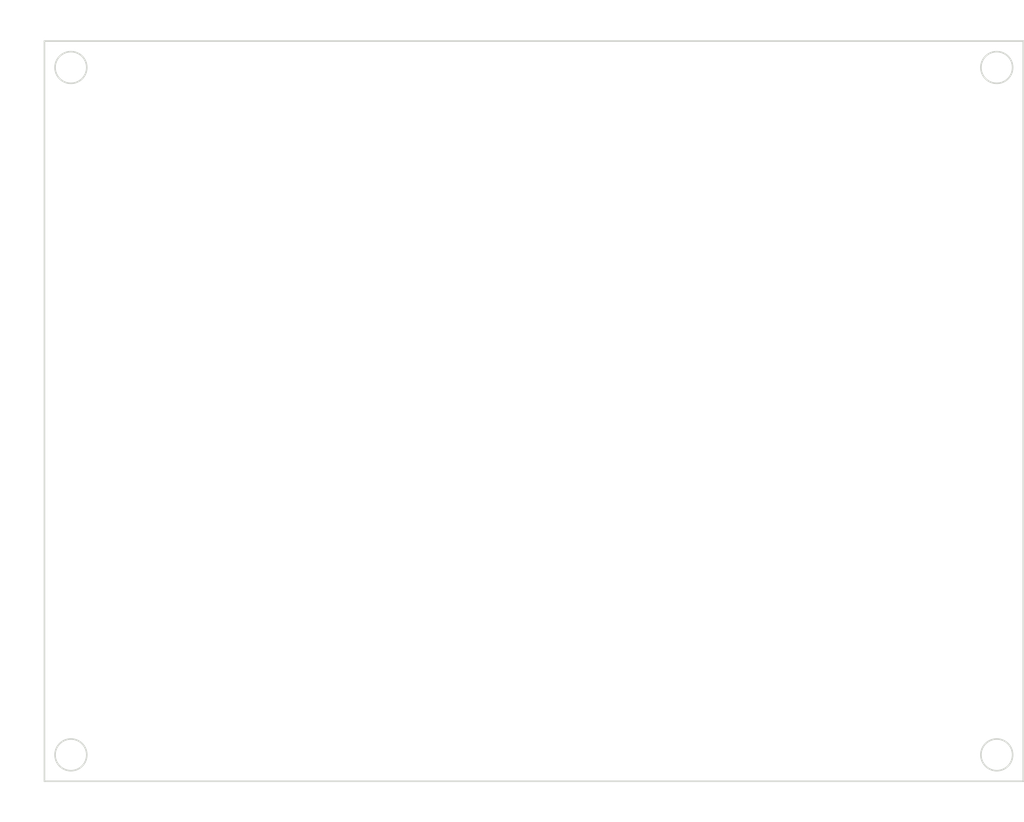
<source format=kicad_pcb>
(kicad_pcb (version 4) (host pcbnew 4.0.7)

  (general
    (links 0)
    (no_connects 0)
    (area 41.751429 95.32 139.800001 174.07)
    (thickness 1.6)
    (drawings 33)
    (tracks 0)
    (zones 0)
    (modules 0)
    (nets 1)
  )

  (page A4)
  (title_block
    (title "Universal Multi-Voltage Adapter")
    (date 2019-12-23)
    (rev 0.0.1)
    (company "Taisuke Yamada / @tyamadajp")
  )

  (layers
    (0 F.Cu signal)
    (31 B.Cu signal)
    (32 B.Adhes user)
    (33 F.Adhes user)
    (34 B.Paste user)
    (35 F.Paste user)
    (36 B.SilkS user)
    (37 F.SilkS user)
    (38 B.Mask user)
    (39 F.Mask user)
    (40 Dwgs.User user)
    (41 Cmts.User user)
    (42 Eco1.User user)
    (43 Eco2.User user)
    (44 Edge.Cuts user)
    (45 Margin user)
    (46 B.CrtYd user)
    (47 F.CrtYd user)
    (48 B.Fab user)
    (49 F.Fab user)
  )

  (setup
    (last_trace_width 0.25)
    (trace_clearance 0.2)
    (zone_clearance 0.508)
    (zone_45_only no)
    (trace_min 0.2)
    (segment_width 0.2)
    (edge_width 0.15)
    (via_size 0.6)
    (via_drill 0.4)
    (via_min_size 0.4)
    (via_min_drill 0.3)
    (uvia_size 0.3)
    (uvia_drill 0.1)
    (uvias_allowed no)
    (uvia_min_size 0.2)
    (uvia_min_drill 0.1)
    (pcb_text_width 0.3)
    (pcb_text_size 1.5 1.5)
    (mod_edge_width 0.15)
    (mod_text_size 1 1)
    (mod_text_width 0.15)
    (pad_size 1.524 1.524)
    (pad_drill 0.762)
    (pad_to_mask_clearance 0.2)
    (aux_axis_origin 96.52 132.08)
    (grid_origin 96.52 132.08)
    (visible_elements 7FFFFFFF)
    (pcbplotparams
      (layerselection 0x00030_80000001)
      (usegerberextensions false)
      (excludeedgelayer true)
      (linewidth 0.100000)
      (plotframeref false)
      (viasonmask false)
      (mode 1)
      (useauxorigin false)
      (hpglpennumber 1)
      (hpglpenspeed 20)
      (hpglpendiameter 15)
      (hpglpenoverlay 2)
      (psnegative false)
      (psa4output false)
      (plotreference true)
      (plotvalue true)
      (plotinvisibletext false)
      (padsonsilk false)
      (subtractmaskfromsilk false)
      (outputformat 1)
      (mirror false)
      (drillshape 1)
      (scaleselection 1)
      (outputdirectory ""))
  )

  (net 0 "")

  (net_class Default "This is the default net class."
    (clearance 0.2)
    (trace_width 0.25)
    (via_dia 0.6)
    (via_drill 0.4)
    (uvia_dia 0.3)
    (uvia_drill 0.1)
  )

  (gr_text 35 (at 185.42 134.62) (layer F.Fab) (tstamp 5E0E9748)
    (effects (font (size 1.5 1.5) (thickness 0.3)))
  )
  (gr_text 30 (at 172.72 134.62) (layer F.Fab) (tstamp 5E0E9745)
    (effects (font (size 1.5 1.5) (thickness 0.3)))
  )
  (gr_text 25 (at 160.02 134.62) (layer F.Fab) (tstamp 5E0E9742)
    (effects (font (size 1.5 1.5) (thickness 0.3)))
  )
  (gr_text 20 (at 147.32 134.62) (layer F.Fab) (tstamp 5E0E9740)
    (effects (font (size 1.5 1.5) (thickness 0.3)))
  )
  (gr_text 15 (at 134.62 134.62) (layer F.Fab) (tstamp 5E0E973D)
    (effects (font (size 1.5 1.5) (thickness 0.3)))
  )
  (gr_text 10 (at 121.92 134.62) (layer F.Fab) (tstamp 5E0E973A)
    (effects (font (size 1.5 1.5) (thickness 0.3)))
  )
  (gr_text 5 (at 109.22 134.62) (layer F.Fab) (tstamp 5E0E9734)
    (effects (font (size 1.5 1.5) (thickness 0.3)))
  )
  (gr_text 25 (at 93.98 68.58) (layer F.Fab) (tstamp 5E0E96CB)
    (effects (font (size 1.5 1.5) (thickness 0.3)))
  )
  (gr_text 20 (at 93.98 81.28) (layer F.Fab) (tstamp 5E0E96C8)
    (effects (font (size 1.5 1.5) (thickness 0.3)))
  )
  (gr_text 15 (at 93.98 93.98) (layer F.Fab) (tstamp 5E0E96C2)
    (effects (font (size 1.5 1.5) (thickness 0.3)))
  )
  (gr_text 10 (at 93.98 106.68) (layer F.Fab) (tstamp 5E0E96AE)
    (effects (font (size 1.5 1.5) (thickness 0.3)))
  )
  (gr_text 5 (at 93.98 119.38) (layer F.Fab)
    (effects (font (size 1.5 1.5) (thickness 0.3)))
  )
  (gr_line (start 99.06 66.04) (end 96.52 66.04) (layer F.Fab) (width 0.2))
  (gr_line (start 101.6 63.5) (end 99.06 66.04) (layer F.Fab) (width 0.2))
  (gr_line (start 101.6 60.96) (end 101.6 63.5) (layer F.Fab) (width 0.2))
  (gr_line (start 101.6 129.54) (end 101.6 132.08) (layer F.Fab) (width 0.2))
  (gr_line (start 99.06 127) (end 101.6 129.54) (layer F.Fab) (width 0.2))
  (gr_line (start 96.52 127) (end 99.06 127) (layer F.Fab) (width 0.2))
  (gr_line (start 185.42 129.54) (end 185.42 132.08) (layer F.Fab) (width 0.2))
  (gr_line (start 187.96 127) (end 185.42 129.54) (layer F.Fab) (width 0.2))
  (gr_line (start 190.5 127) (end 187.96 127) (layer F.Fab) (width 0.2))
  (gr_line (start 187.96 66.04) (end 190.5 66.04) (layer F.Fab) (width 0.2))
  (gr_line (start 185.42 63.5) (end 187.96 66.04) (layer F.Fab) (width 0.2))
  (gr_line (start 185.42 60.96) (end 185.42 63.5) (layer F.Fab) (width 0.2))
  (gr_line (start 190.5 132.08) (end 96.52 132.08) (layer Edge.Cuts) (width 0.15))
  (gr_line (start 190.5 60.96) (end 190.5 132.08) (layer Edge.Cuts) (width 0.15))
  (gr_line (start 96.52 60.96) (end 190.5 60.96) (layer Edge.Cuts) (width 0.15))
  (gr_line (start 96.52 132.08) (end 96.52 60.96) (layer Edge.Cuts) (width 0.15))
  (gr_circle (center 187.96 63.5) (end 189.484 63.5) (layer Edge.Cuts) (width 0.15) (tstamp 5E0E92D5))
  (gr_circle (center 187.96 129.54) (end 189.484 129.54) (layer Edge.Cuts) (width 0.15) (tstamp 5E0E92C4))
  (gr_circle (center 99.06 129.54) (end 100.584 129.54) (layer Edge.Cuts) (width 0.15) (tstamp 5E0E929E))
  (gr_circle (center 99.06 63.5) (end 100.584 63.5) (layer Edge.Cuts) (width 0.15))
  (gr_text "Akizuki Type-B Universal PCB (95x72mm)" (at 121.92 58.42) (layer F.Fab)
    (effects (font (size 1.5 1.5) (thickness 0.3)))
  )

)

</source>
